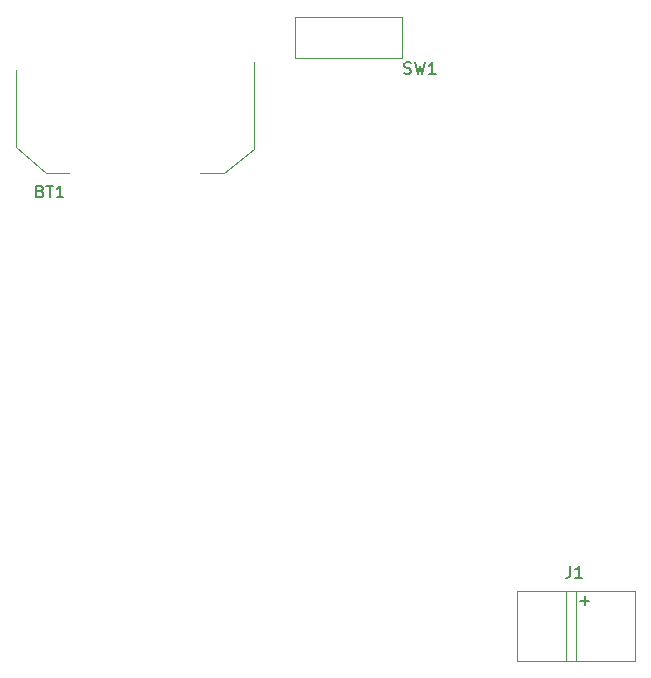
<source format=gto>
G04 #@! TF.GenerationSoftware,KiCad,Pcbnew,(5.1.5)-3*
G04 #@! TF.CreationDate,2020-10-14T22:05:02+09:00*
G04 #@! TF.ProjectId,Pistachio_MacroPad_bottom,50697374-6163-4686-996f-5f4d6163726f,rev?*
G04 #@! TF.SameCoordinates,Original*
G04 #@! TF.FileFunction,Legend,Top*
G04 #@! TF.FilePolarity,Positive*
%FSLAX46Y46*%
G04 Gerber Fmt 4.6, Leading zero omitted, Abs format (unit mm)*
G04 Created by KiCad (PCBNEW (5.1.5)-3) date 2020-10-14 22:05:02*
%MOMM*%
%LPD*%
G04 APERTURE LIST*
%ADD10C,0.120000*%
%ADD11C,0.150000*%
G04 APERTURE END LIST*
D10*
X76030000Y-39820000D02*
X74030000Y-39820000D01*
X61030000Y-39820000D02*
X62930000Y-39820000D01*
X78630000Y-37770000D02*
X78630000Y-30420000D01*
X76030000Y-39820000D02*
X78630000Y-37770000D01*
X58480000Y-37620000D02*
X58480000Y-31120000D01*
X61030000Y-39820000D02*
X58480000Y-37620000D01*
X110880000Y-75220000D02*
X100880000Y-75220000D01*
X100880000Y-75220000D02*
X100880000Y-81170000D01*
X100880000Y-81170000D02*
X110880000Y-81170000D01*
X110880000Y-81120000D02*
X110880000Y-75220000D01*
X105880000Y-81170000D02*
X105880000Y-75220000D01*
X105880000Y-75220000D02*
X105880000Y-75270000D01*
X105030000Y-81170000D02*
X105030000Y-75220000D01*
X82120000Y-26610000D02*
X91120000Y-26610000D01*
X91120000Y-26610000D02*
X91120000Y-30110000D01*
X91120000Y-30110000D02*
X82120000Y-30110000D01*
X82120000Y-30110000D02*
X82120000Y-26610000D01*
D11*
X60514285Y-41378571D02*
X60657142Y-41426190D01*
X60704761Y-41473809D01*
X60752380Y-41569047D01*
X60752380Y-41711904D01*
X60704761Y-41807142D01*
X60657142Y-41854761D01*
X60561904Y-41902380D01*
X60180952Y-41902380D01*
X60180952Y-40902380D01*
X60514285Y-40902380D01*
X60609523Y-40950000D01*
X60657142Y-40997619D01*
X60704761Y-41092857D01*
X60704761Y-41188095D01*
X60657142Y-41283333D01*
X60609523Y-41330952D01*
X60514285Y-41378571D01*
X60180952Y-41378571D01*
X61038095Y-40902380D02*
X61609523Y-40902380D01*
X61323809Y-41902380D02*
X61323809Y-40902380D01*
X62466666Y-41902380D02*
X61895238Y-41902380D01*
X62180952Y-41902380D02*
X62180952Y-40902380D01*
X62085714Y-41045238D01*
X61990476Y-41140476D01*
X61895238Y-41188095D01*
X105396666Y-73122380D02*
X105396666Y-73836666D01*
X105349047Y-73979523D01*
X105253809Y-74074761D01*
X105110952Y-74122380D01*
X105015714Y-74122380D01*
X106396666Y-74122380D02*
X105825238Y-74122380D01*
X106110952Y-74122380D02*
X106110952Y-73122380D01*
X106015714Y-73265238D01*
X105920476Y-73360476D01*
X105825238Y-73408095D01*
X106249047Y-76041428D02*
X107010952Y-76041428D01*
X106630000Y-76422380D02*
X106630000Y-75660476D01*
X91336666Y-31414761D02*
X91479523Y-31462380D01*
X91717619Y-31462380D01*
X91812857Y-31414761D01*
X91860476Y-31367142D01*
X91908095Y-31271904D01*
X91908095Y-31176666D01*
X91860476Y-31081428D01*
X91812857Y-31033809D01*
X91717619Y-30986190D01*
X91527142Y-30938571D01*
X91431904Y-30890952D01*
X91384285Y-30843333D01*
X91336666Y-30748095D01*
X91336666Y-30652857D01*
X91384285Y-30557619D01*
X91431904Y-30510000D01*
X91527142Y-30462380D01*
X91765238Y-30462380D01*
X91908095Y-30510000D01*
X92241428Y-30462380D02*
X92479523Y-31462380D01*
X92670000Y-30748095D01*
X92860476Y-31462380D01*
X93098571Y-30462380D01*
X94003333Y-31462380D02*
X93431904Y-31462380D01*
X93717619Y-31462380D02*
X93717619Y-30462380D01*
X93622380Y-30605238D01*
X93527142Y-30700476D01*
X93431904Y-30748095D01*
M02*

</source>
